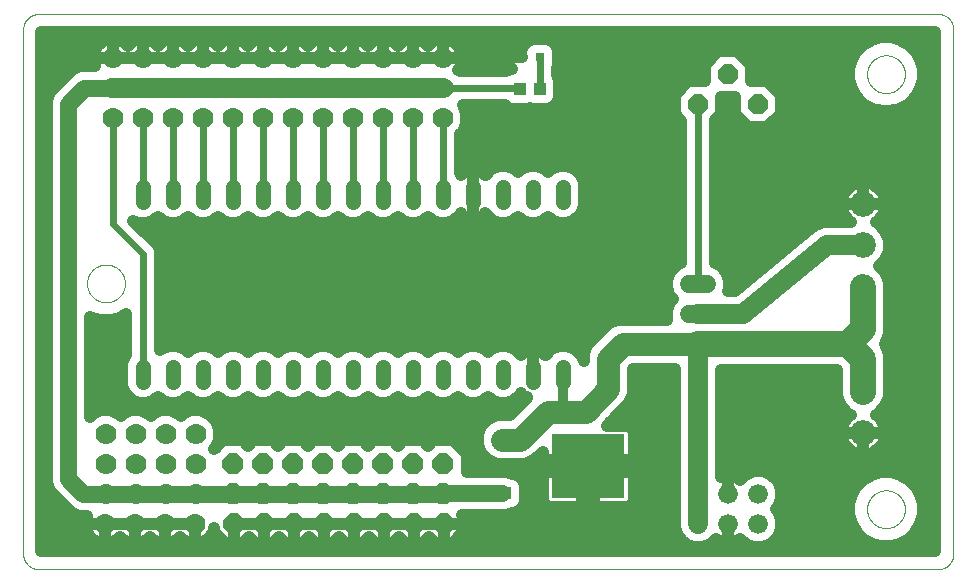
<source format=gtl>
G75*
%MOIN*%
%OFA0B0*%
%FSLAX25Y25*%
%IPPOS*%
%LPD*%
%AMOC8*
5,1,8,0,0,1.08239X$1,22.5*
%
%ADD10C,0.00000*%
%ADD11R,0.24409X0.21260*%
%ADD12R,0.06299X0.03937*%
%ADD13OC8,0.07000*%
%ADD14C,0.07000*%
%ADD15R,0.03937X0.04331*%
%ADD16C,0.05150*%
%ADD17R,0.03150X0.03150*%
%ADD18OC8,0.06600*%
%ADD19C,0.06000*%
%ADD20C,0.08600*%
%ADD21C,0.06600*%
%ADD22C,0.04000*%
%ADD23C,0.02400*%
%ADD24C,0.07600*%
%ADD25C,0.03200*%
%ADD26C,0.08600*%
%ADD27C,0.06600*%
%ADD28C,0.05600*%
%ADD29C,0.01600*%
D10*
X0037595Y0006256D02*
X0037595Y0181256D01*
X0037597Y0181396D01*
X0037603Y0181536D01*
X0037613Y0181676D01*
X0037626Y0181816D01*
X0037644Y0181955D01*
X0037666Y0182094D01*
X0037691Y0182231D01*
X0037720Y0182369D01*
X0037753Y0182505D01*
X0037790Y0182640D01*
X0037831Y0182774D01*
X0037876Y0182907D01*
X0037924Y0183039D01*
X0037976Y0183169D01*
X0038031Y0183298D01*
X0038090Y0183425D01*
X0038153Y0183551D01*
X0038219Y0183675D01*
X0038288Y0183796D01*
X0038361Y0183916D01*
X0038438Y0184034D01*
X0038517Y0184149D01*
X0038600Y0184263D01*
X0038686Y0184373D01*
X0038775Y0184482D01*
X0038867Y0184588D01*
X0038962Y0184691D01*
X0039059Y0184792D01*
X0039160Y0184889D01*
X0039263Y0184984D01*
X0039369Y0185076D01*
X0039478Y0185165D01*
X0039588Y0185251D01*
X0039702Y0185334D01*
X0039817Y0185413D01*
X0039935Y0185490D01*
X0040055Y0185563D01*
X0040176Y0185632D01*
X0040300Y0185698D01*
X0040426Y0185761D01*
X0040553Y0185820D01*
X0040682Y0185875D01*
X0040812Y0185927D01*
X0040944Y0185975D01*
X0041077Y0186020D01*
X0041211Y0186061D01*
X0041346Y0186098D01*
X0041482Y0186131D01*
X0041620Y0186160D01*
X0041757Y0186185D01*
X0041896Y0186207D01*
X0042035Y0186225D01*
X0042175Y0186238D01*
X0042315Y0186248D01*
X0042455Y0186254D01*
X0042595Y0186256D01*
X0342595Y0186256D01*
X0342735Y0186254D01*
X0342875Y0186248D01*
X0343015Y0186238D01*
X0343155Y0186225D01*
X0343294Y0186207D01*
X0343433Y0186185D01*
X0343570Y0186160D01*
X0343708Y0186131D01*
X0343844Y0186098D01*
X0343979Y0186061D01*
X0344113Y0186020D01*
X0344246Y0185975D01*
X0344378Y0185927D01*
X0344508Y0185875D01*
X0344637Y0185820D01*
X0344764Y0185761D01*
X0344890Y0185698D01*
X0345014Y0185632D01*
X0345135Y0185563D01*
X0345255Y0185490D01*
X0345373Y0185413D01*
X0345488Y0185334D01*
X0345602Y0185251D01*
X0345712Y0185165D01*
X0345821Y0185076D01*
X0345927Y0184984D01*
X0346030Y0184889D01*
X0346131Y0184792D01*
X0346228Y0184691D01*
X0346323Y0184588D01*
X0346415Y0184482D01*
X0346504Y0184373D01*
X0346590Y0184263D01*
X0346673Y0184149D01*
X0346752Y0184034D01*
X0346829Y0183916D01*
X0346902Y0183796D01*
X0346971Y0183675D01*
X0347037Y0183551D01*
X0347100Y0183425D01*
X0347159Y0183298D01*
X0347214Y0183169D01*
X0347266Y0183039D01*
X0347314Y0182907D01*
X0347359Y0182774D01*
X0347400Y0182640D01*
X0347437Y0182505D01*
X0347470Y0182369D01*
X0347499Y0182231D01*
X0347524Y0182094D01*
X0347546Y0181955D01*
X0347564Y0181816D01*
X0347577Y0181676D01*
X0347587Y0181536D01*
X0347593Y0181396D01*
X0347595Y0181256D01*
X0347595Y0006256D01*
X0347593Y0006116D01*
X0347587Y0005976D01*
X0347577Y0005836D01*
X0347564Y0005696D01*
X0347546Y0005557D01*
X0347524Y0005418D01*
X0347499Y0005281D01*
X0347470Y0005143D01*
X0347437Y0005007D01*
X0347400Y0004872D01*
X0347359Y0004738D01*
X0347314Y0004605D01*
X0347266Y0004473D01*
X0347214Y0004343D01*
X0347159Y0004214D01*
X0347100Y0004087D01*
X0347037Y0003961D01*
X0346971Y0003837D01*
X0346902Y0003716D01*
X0346829Y0003596D01*
X0346752Y0003478D01*
X0346673Y0003363D01*
X0346590Y0003249D01*
X0346504Y0003139D01*
X0346415Y0003030D01*
X0346323Y0002924D01*
X0346228Y0002821D01*
X0346131Y0002720D01*
X0346030Y0002623D01*
X0345927Y0002528D01*
X0345821Y0002436D01*
X0345712Y0002347D01*
X0345602Y0002261D01*
X0345488Y0002178D01*
X0345373Y0002099D01*
X0345255Y0002022D01*
X0345135Y0001949D01*
X0345014Y0001880D01*
X0344890Y0001814D01*
X0344764Y0001751D01*
X0344637Y0001692D01*
X0344508Y0001637D01*
X0344378Y0001585D01*
X0344246Y0001537D01*
X0344113Y0001492D01*
X0343979Y0001451D01*
X0343844Y0001414D01*
X0343708Y0001381D01*
X0343570Y0001352D01*
X0343433Y0001327D01*
X0343294Y0001305D01*
X0343155Y0001287D01*
X0343015Y0001274D01*
X0342875Y0001264D01*
X0342735Y0001258D01*
X0342595Y0001256D01*
X0042595Y0001256D01*
X0042455Y0001258D01*
X0042315Y0001264D01*
X0042175Y0001274D01*
X0042035Y0001287D01*
X0041896Y0001305D01*
X0041757Y0001327D01*
X0041620Y0001352D01*
X0041482Y0001381D01*
X0041346Y0001414D01*
X0041211Y0001451D01*
X0041077Y0001492D01*
X0040944Y0001537D01*
X0040812Y0001585D01*
X0040682Y0001637D01*
X0040553Y0001692D01*
X0040426Y0001751D01*
X0040300Y0001814D01*
X0040176Y0001880D01*
X0040055Y0001949D01*
X0039935Y0002022D01*
X0039817Y0002099D01*
X0039702Y0002178D01*
X0039588Y0002261D01*
X0039478Y0002347D01*
X0039369Y0002436D01*
X0039263Y0002528D01*
X0039160Y0002623D01*
X0039059Y0002720D01*
X0038962Y0002821D01*
X0038867Y0002924D01*
X0038775Y0003030D01*
X0038686Y0003139D01*
X0038600Y0003249D01*
X0038517Y0003363D01*
X0038438Y0003478D01*
X0038361Y0003596D01*
X0038288Y0003716D01*
X0038219Y0003837D01*
X0038153Y0003961D01*
X0038090Y0004087D01*
X0038031Y0004214D01*
X0037976Y0004343D01*
X0037924Y0004473D01*
X0037876Y0004605D01*
X0037831Y0004738D01*
X0037790Y0004872D01*
X0037753Y0005007D01*
X0037720Y0005143D01*
X0037691Y0005281D01*
X0037666Y0005418D01*
X0037644Y0005557D01*
X0037626Y0005696D01*
X0037613Y0005836D01*
X0037603Y0005976D01*
X0037597Y0006116D01*
X0037595Y0006256D01*
X0058881Y0096495D02*
X0058883Y0096653D01*
X0058889Y0096811D01*
X0058899Y0096969D01*
X0058913Y0097127D01*
X0058931Y0097284D01*
X0058952Y0097441D01*
X0058978Y0097597D01*
X0059008Y0097753D01*
X0059041Y0097908D01*
X0059079Y0098061D01*
X0059120Y0098214D01*
X0059165Y0098366D01*
X0059214Y0098517D01*
X0059267Y0098666D01*
X0059323Y0098814D01*
X0059383Y0098960D01*
X0059447Y0099105D01*
X0059515Y0099248D01*
X0059586Y0099390D01*
X0059660Y0099530D01*
X0059738Y0099667D01*
X0059820Y0099803D01*
X0059904Y0099937D01*
X0059993Y0100068D01*
X0060084Y0100197D01*
X0060179Y0100324D01*
X0060276Y0100449D01*
X0060377Y0100571D01*
X0060481Y0100690D01*
X0060588Y0100807D01*
X0060698Y0100921D01*
X0060811Y0101032D01*
X0060926Y0101141D01*
X0061044Y0101246D01*
X0061165Y0101348D01*
X0061288Y0101448D01*
X0061414Y0101544D01*
X0061542Y0101637D01*
X0061672Y0101727D01*
X0061805Y0101813D01*
X0061940Y0101897D01*
X0062076Y0101976D01*
X0062215Y0102053D01*
X0062356Y0102125D01*
X0062498Y0102195D01*
X0062642Y0102260D01*
X0062788Y0102322D01*
X0062935Y0102380D01*
X0063084Y0102435D01*
X0063234Y0102486D01*
X0063385Y0102533D01*
X0063537Y0102576D01*
X0063690Y0102615D01*
X0063845Y0102651D01*
X0064000Y0102682D01*
X0064156Y0102710D01*
X0064312Y0102734D01*
X0064469Y0102754D01*
X0064627Y0102770D01*
X0064784Y0102782D01*
X0064943Y0102790D01*
X0065101Y0102794D01*
X0065259Y0102794D01*
X0065417Y0102790D01*
X0065576Y0102782D01*
X0065733Y0102770D01*
X0065891Y0102754D01*
X0066048Y0102734D01*
X0066204Y0102710D01*
X0066360Y0102682D01*
X0066515Y0102651D01*
X0066670Y0102615D01*
X0066823Y0102576D01*
X0066975Y0102533D01*
X0067126Y0102486D01*
X0067276Y0102435D01*
X0067425Y0102380D01*
X0067572Y0102322D01*
X0067718Y0102260D01*
X0067862Y0102195D01*
X0068004Y0102125D01*
X0068145Y0102053D01*
X0068284Y0101976D01*
X0068420Y0101897D01*
X0068555Y0101813D01*
X0068688Y0101727D01*
X0068818Y0101637D01*
X0068946Y0101544D01*
X0069072Y0101448D01*
X0069195Y0101348D01*
X0069316Y0101246D01*
X0069434Y0101141D01*
X0069549Y0101032D01*
X0069662Y0100921D01*
X0069772Y0100807D01*
X0069879Y0100690D01*
X0069983Y0100571D01*
X0070084Y0100449D01*
X0070181Y0100324D01*
X0070276Y0100197D01*
X0070367Y0100068D01*
X0070456Y0099937D01*
X0070540Y0099803D01*
X0070622Y0099667D01*
X0070700Y0099530D01*
X0070774Y0099390D01*
X0070845Y0099248D01*
X0070913Y0099105D01*
X0070977Y0098960D01*
X0071037Y0098814D01*
X0071093Y0098666D01*
X0071146Y0098517D01*
X0071195Y0098366D01*
X0071240Y0098214D01*
X0071281Y0098061D01*
X0071319Y0097908D01*
X0071352Y0097753D01*
X0071382Y0097597D01*
X0071408Y0097441D01*
X0071429Y0097284D01*
X0071447Y0097127D01*
X0071461Y0096969D01*
X0071471Y0096811D01*
X0071477Y0096653D01*
X0071479Y0096495D01*
X0071477Y0096337D01*
X0071471Y0096179D01*
X0071461Y0096021D01*
X0071447Y0095863D01*
X0071429Y0095706D01*
X0071408Y0095549D01*
X0071382Y0095393D01*
X0071352Y0095237D01*
X0071319Y0095082D01*
X0071281Y0094929D01*
X0071240Y0094776D01*
X0071195Y0094624D01*
X0071146Y0094473D01*
X0071093Y0094324D01*
X0071037Y0094176D01*
X0070977Y0094030D01*
X0070913Y0093885D01*
X0070845Y0093742D01*
X0070774Y0093600D01*
X0070700Y0093460D01*
X0070622Y0093323D01*
X0070540Y0093187D01*
X0070456Y0093053D01*
X0070367Y0092922D01*
X0070276Y0092793D01*
X0070181Y0092666D01*
X0070084Y0092541D01*
X0069983Y0092419D01*
X0069879Y0092300D01*
X0069772Y0092183D01*
X0069662Y0092069D01*
X0069549Y0091958D01*
X0069434Y0091849D01*
X0069316Y0091744D01*
X0069195Y0091642D01*
X0069072Y0091542D01*
X0068946Y0091446D01*
X0068818Y0091353D01*
X0068688Y0091263D01*
X0068555Y0091177D01*
X0068420Y0091093D01*
X0068284Y0091014D01*
X0068145Y0090937D01*
X0068004Y0090865D01*
X0067862Y0090795D01*
X0067718Y0090730D01*
X0067572Y0090668D01*
X0067425Y0090610D01*
X0067276Y0090555D01*
X0067126Y0090504D01*
X0066975Y0090457D01*
X0066823Y0090414D01*
X0066670Y0090375D01*
X0066515Y0090339D01*
X0066360Y0090308D01*
X0066204Y0090280D01*
X0066048Y0090256D01*
X0065891Y0090236D01*
X0065733Y0090220D01*
X0065576Y0090208D01*
X0065417Y0090200D01*
X0065259Y0090196D01*
X0065101Y0090196D01*
X0064943Y0090200D01*
X0064784Y0090208D01*
X0064627Y0090220D01*
X0064469Y0090236D01*
X0064312Y0090256D01*
X0064156Y0090280D01*
X0064000Y0090308D01*
X0063845Y0090339D01*
X0063690Y0090375D01*
X0063537Y0090414D01*
X0063385Y0090457D01*
X0063234Y0090504D01*
X0063084Y0090555D01*
X0062935Y0090610D01*
X0062788Y0090668D01*
X0062642Y0090730D01*
X0062498Y0090795D01*
X0062356Y0090865D01*
X0062215Y0090937D01*
X0062076Y0091014D01*
X0061940Y0091093D01*
X0061805Y0091177D01*
X0061672Y0091263D01*
X0061542Y0091353D01*
X0061414Y0091446D01*
X0061288Y0091542D01*
X0061165Y0091642D01*
X0061044Y0091744D01*
X0060926Y0091849D01*
X0060811Y0091958D01*
X0060698Y0092069D01*
X0060588Y0092183D01*
X0060481Y0092300D01*
X0060377Y0092419D01*
X0060276Y0092541D01*
X0060179Y0092666D01*
X0060084Y0092793D01*
X0059993Y0092922D01*
X0059904Y0093053D01*
X0059820Y0093187D01*
X0059738Y0093323D01*
X0059660Y0093460D01*
X0059586Y0093600D01*
X0059515Y0093742D01*
X0059447Y0093885D01*
X0059383Y0094030D01*
X0059323Y0094176D01*
X0059267Y0094324D01*
X0059214Y0094473D01*
X0059165Y0094624D01*
X0059120Y0094776D01*
X0059079Y0094929D01*
X0059041Y0095082D01*
X0059008Y0095237D01*
X0058978Y0095393D01*
X0058952Y0095549D01*
X0058931Y0095706D01*
X0058913Y0095863D01*
X0058899Y0096021D01*
X0058889Y0096179D01*
X0058883Y0096337D01*
X0058881Y0096495D01*
X0318885Y0166220D02*
X0318887Y0166378D01*
X0318893Y0166536D01*
X0318903Y0166694D01*
X0318917Y0166852D01*
X0318935Y0167009D01*
X0318956Y0167166D01*
X0318982Y0167322D01*
X0319012Y0167478D01*
X0319045Y0167633D01*
X0319083Y0167786D01*
X0319124Y0167939D01*
X0319169Y0168091D01*
X0319218Y0168242D01*
X0319271Y0168391D01*
X0319327Y0168539D01*
X0319387Y0168685D01*
X0319451Y0168830D01*
X0319519Y0168973D01*
X0319590Y0169115D01*
X0319664Y0169255D01*
X0319742Y0169392D01*
X0319824Y0169528D01*
X0319908Y0169662D01*
X0319997Y0169793D01*
X0320088Y0169922D01*
X0320183Y0170049D01*
X0320280Y0170174D01*
X0320381Y0170296D01*
X0320485Y0170415D01*
X0320592Y0170532D01*
X0320702Y0170646D01*
X0320815Y0170757D01*
X0320930Y0170866D01*
X0321048Y0170971D01*
X0321169Y0171073D01*
X0321292Y0171173D01*
X0321418Y0171269D01*
X0321546Y0171362D01*
X0321676Y0171452D01*
X0321809Y0171538D01*
X0321944Y0171622D01*
X0322080Y0171701D01*
X0322219Y0171778D01*
X0322360Y0171850D01*
X0322502Y0171920D01*
X0322646Y0171985D01*
X0322792Y0172047D01*
X0322939Y0172105D01*
X0323088Y0172160D01*
X0323238Y0172211D01*
X0323389Y0172258D01*
X0323541Y0172301D01*
X0323694Y0172340D01*
X0323849Y0172376D01*
X0324004Y0172407D01*
X0324160Y0172435D01*
X0324316Y0172459D01*
X0324473Y0172479D01*
X0324631Y0172495D01*
X0324788Y0172507D01*
X0324947Y0172515D01*
X0325105Y0172519D01*
X0325263Y0172519D01*
X0325421Y0172515D01*
X0325580Y0172507D01*
X0325737Y0172495D01*
X0325895Y0172479D01*
X0326052Y0172459D01*
X0326208Y0172435D01*
X0326364Y0172407D01*
X0326519Y0172376D01*
X0326674Y0172340D01*
X0326827Y0172301D01*
X0326979Y0172258D01*
X0327130Y0172211D01*
X0327280Y0172160D01*
X0327429Y0172105D01*
X0327576Y0172047D01*
X0327722Y0171985D01*
X0327866Y0171920D01*
X0328008Y0171850D01*
X0328149Y0171778D01*
X0328288Y0171701D01*
X0328424Y0171622D01*
X0328559Y0171538D01*
X0328692Y0171452D01*
X0328822Y0171362D01*
X0328950Y0171269D01*
X0329076Y0171173D01*
X0329199Y0171073D01*
X0329320Y0170971D01*
X0329438Y0170866D01*
X0329553Y0170757D01*
X0329666Y0170646D01*
X0329776Y0170532D01*
X0329883Y0170415D01*
X0329987Y0170296D01*
X0330088Y0170174D01*
X0330185Y0170049D01*
X0330280Y0169922D01*
X0330371Y0169793D01*
X0330460Y0169662D01*
X0330544Y0169528D01*
X0330626Y0169392D01*
X0330704Y0169255D01*
X0330778Y0169115D01*
X0330849Y0168973D01*
X0330917Y0168830D01*
X0330981Y0168685D01*
X0331041Y0168539D01*
X0331097Y0168391D01*
X0331150Y0168242D01*
X0331199Y0168091D01*
X0331244Y0167939D01*
X0331285Y0167786D01*
X0331323Y0167633D01*
X0331356Y0167478D01*
X0331386Y0167322D01*
X0331412Y0167166D01*
X0331433Y0167009D01*
X0331451Y0166852D01*
X0331465Y0166694D01*
X0331475Y0166536D01*
X0331481Y0166378D01*
X0331483Y0166220D01*
X0331481Y0166062D01*
X0331475Y0165904D01*
X0331465Y0165746D01*
X0331451Y0165588D01*
X0331433Y0165431D01*
X0331412Y0165274D01*
X0331386Y0165118D01*
X0331356Y0164962D01*
X0331323Y0164807D01*
X0331285Y0164654D01*
X0331244Y0164501D01*
X0331199Y0164349D01*
X0331150Y0164198D01*
X0331097Y0164049D01*
X0331041Y0163901D01*
X0330981Y0163755D01*
X0330917Y0163610D01*
X0330849Y0163467D01*
X0330778Y0163325D01*
X0330704Y0163185D01*
X0330626Y0163048D01*
X0330544Y0162912D01*
X0330460Y0162778D01*
X0330371Y0162647D01*
X0330280Y0162518D01*
X0330185Y0162391D01*
X0330088Y0162266D01*
X0329987Y0162144D01*
X0329883Y0162025D01*
X0329776Y0161908D01*
X0329666Y0161794D01*
X0329553Y0161683D01*
X0329438Y0161574D01*
X0329320Y0161469D01*
X0329199Y0161367D01*
X0329076Y0161267D01*
X0328950Y0161171D01*
X0328822Y0161078D01*
X0328692Y0160988D01*
X0328559Y0160902D01*
X0328424Y0160818D01*
X0328288Y0160739D01*
X0328149Y0160662D01*
X0328008Y0160590D01*
X0327866Y0160520D01*
X0327722Y0160455D01*
X0327576Y0160393D01*
X0327429Y0160335D01*
X0327280Y0160280D01*
X0327130Y0160229D01*
X0326979Y0160182D01*
X0326827Y0160139D01*
X0326674Y0160100D01*
X0326519Y0160064D01*
X0326364Y0160033D01*
X0326208Y0160005D01*
X0326052Y0159981D01*
X0325895Y0159961D01*
X0325737Y0159945D01*
X0325580Y0159933D01*
X0325421Y0159925D01*
X0325263Y0159921D01*
X0325105Y0159921D01*
X0324947Y0159925D01*
X0324788Y0159933D01*
X0324631Y0159945D01*
X0324473Y0159961D01*
X0324316Y0159981D01*
X0324160Y0160005D01*
X0324004Y0160033D01*
X0323849Y0160064D01*
X0323694Y0160100D01*
X0323541Y0160139D01*
X0323389Y0160182D01*
X0323238Y0160229D01*
X0323088Y0160280D01*
X0322939Y0160335D01*
X0322792Y0160393D01*
X0322646Y0160455D01*
X0322502Y0160520D01*
X0322360Y0160590D01*
X0322219Y0160662D01*
X0322080Y0160739D01*
X0321944Y0160818D01*
X0321809Y0160902D01*
X0321676Y0160988D01*
X0321546Y0161078D01*
X0321418Y0161171D01*
X0321292Y0161267D01*
X0321169Y0161367D01*
X0321048Y0161469D01*
X0320930Y0161574D01*
X0320815Y0161683D01*
X0320702Y0161794D01*
X0320592Y0161908D01*
X0320485Y0162025D01*
X0320381Y0162144D01*
X0320280Y0162266D01*
X0320183Y0162391D01*
X0320088Y0162518D01*
X0319997Y0162647D01*
X0319908Y0162778D01*
X0319824Y0162912D01*
X0319742Y0163048D01*
X0319664Y0163185D01*
X0319590Y0163325D01*
X0319519Y0163467D01*
X0319451Y0163610D01*
X0319387Y0163755D01*
X0319327Y0163901D01*
X0319271Y0164049D01*
X0319218Y0164198D01*
X0319169Y0164349D01*
X0319124Y0164501D01*
X0319083Y0164654D01*
X0319045Y0164807D01*
X0319012Y0164962D01*
X0318982Y0165118D01*
X0318956Y0165274D01*
X0318935Y0165431D01*
X0318917Y0165588D01*
X0318903Y0165746D01*
X0318893Y0165904D01*
X0318887Y0166062D01*
X0318885Y0166220D01*
X0318874Y0021211D02*
X0318876Y0021369D01*
X0318882Y0021527D01*
X0318892Y0021685D01*
X0318906Y0021843D01*
X0318924Y0022000D01*
X0318945Y0022157D01*
X0318971Y0022313D01*
X0319001Y0022469D01*
X0319034Y0022624D01*
X0319072Y0022777D01*
X0319113Y0022930D01*
X0319158Y0023082D01*
X0319207Y0023233D01*
X0319260Y0023382D01*
X0319316Y0023530D01*
X0319376Y0023676D01*
X0319440Y0023821D01*
X0319508Y0023964D01*
X0319579Y0024106D01*
X0319653Y0024246D01*
X0319731Y0024383D01*
X0319813Y0024519D01*
X0319897Y0024653D01*
X0319986Y0024784D01*
X0320077Y0024913D01*
X0320172Y0025040D01*
X0320269Y0025165D01*
X0320370Y0025287D01*
X0320474Y0025406D01*
X0320581Y0025523D01*
X0320691Y0025637D01*
X0320804Y0025748D01*
X0320919Y0025857D01*
X0321037Y0025962D01*
X0321158Y0026064D01*
X0321281Y0026164D01*
X0321407Y0026260D01*
X0321535Y0026353D01*
X0321665Y0026443D01*
X0321798Y0026529D01*
X0321933Y0026613D01*
X0322069Y0026692D01*
X0322208Y0026769D01*
X0322349Y0026841D01*
X0322491Y0026911D01*
X0322635Y0026976D01*
X0322781Y0027038D01*
X0322928Y0027096D01*
X0323077Y0027151D01*
X0323227Y0027202D01*
X0323378Y0027249D01*
X0323530Y0027292D01*
X0323683Y0027331D01*
X0323838Y0027367D01*
X0323993Y0027398D01*
X0324149Y0027426D01*
X0324305Y0027450D01*
X0324462Y0027470D01*
X0324620Y0027486D01*
X0324777Y0027498D01*
X0324936Y0027506D01*
X0325094Y0027510D01*
X0325252Y0027510D01*
X0325410Y0027506D01*
X0325569Y0027498D01*
X0325726Y0027486D01*
X0325884Y0027470D01*
X0326041Y0027450D01*
X0326197Y0027426D01*
X0326353Y0027398D01*
X0326508Y0027367D01*
X0326663Y0027331D01*
X0326816Y0027292D01*
X0326968Y0027249D01*
X0327119Y0027202D01*
X0327269Y0027151D01*
X0327418Y0027096D01*
X0327565Y0027038D01*
X0327711Y0026976D01*
X0327855Y0026911D01*
X0327997Y0026841D01*
X0328138Y0026769D01*
X0328277Y0026692D01*
X0328413Y0026613D01*
X0328548Y0026529D01*
X0328681Y0026443D01*
X0328811Y0026353D01*
X0328939Y0026260D01*
X0329065Y0026164D01*
X0329188Y0026064D01*
X0329309Y0025962D01*
X0329427Y0025857D01*
X0329542Y0025748D01*
X0329655Y0025637D01*
X0329765Y0025523D01*
X0329872Y0025406D01*
X0329976Y0025287D01*
X0330077Y0025165D01*
X0330174Y0025040D01*
X0330269Y0024913D01*
X0330360Y0024784D01*
X0330449Y0024653D01*
X0330533Y0024519D01*
X0330615Y0024383D01*
X0330693Y0024246D01*
X0330767Y0024106D01*
X0330838Y0023964D01*
X0330906Y0023821D01*
X0330970Y0023676D01*
X0331030Y0023530D01*
X0331086Y0023382D01*
X0331139Y0023233D01*
X0331188Y0023082D01*
X0331233Y0022930D01*
X0331274Y0022777D01*
X0331312Y0022624D01*
X0331345Y0022469D01*
X0331375Y0022313D01*
X0331401Y0022157D01*
X0331422Y0022000D01*
X0331440Y0021843D01*
X0331454Y0021685D01*
X0331464Y0021527D01*
X0331470Y0021369D01*
X0331472Y0021211D01*
X0331470Y0021053D01*
X0331464Y0020895D01*
X0331454Y0020737D01*
X0331440Y0020579D01*
X0331422Y0020422D01*
X0331401Y0020265D01*
X0331375Y0020109D01*
X0331345Y0019953D01*
X0331312Y0019798D01*
X0331274Y0019645D01*
X0331233Y0019492D01*
X0331188Y0019340D01*
X0331139Y0019189D01*
X0331086Y0019040D01*
X0331030Y0018892D01*
X0330970Y0018746D01*
X0330906Y0018601D01*
X0330838Y0018458D01*
X0330767Y0018316D01*
X0330693Y0018176D01*
X0330615Y0018039D01*
X0330533Y0017903D01*
X0330449Y0017769D01*
X0330360Y0017638D01*
X0330269Y0017509D01*
X0330174Y0017382D01*
X0330077Y0017257D01*
X0329976Y0017135D01*
X0329872Y0017016D01*
X0329765Y0016899D01*
X0329655Y0016785D01*
X0329542Y0016674D01*
X0329427Y0016565D01*
X0329309Y0016460D01*
X0329188Y0016358D01*
X0329065Y0016258D01*
X0328939Y0016162D01*
X0328811Y0016069D01*
X0328681Y0015979D01*
X0328548Y0015893D01*
X0328413Y0015809D01*
X0328277Y0015730D01*
X0328138Y0015653D01*
X0327997Y0015581D01*
X0327855Y0015511D01*
X0327711Y0015446D01*
X0327565Y0015384D01*
X0327418Y0015326D01*
X0327269Y0015271D01*
X0327119Y0015220D01*
X0326968Y0015173D01*
X0326816Y0015130D01*
X0326663Y0015091D01*
X0326508Y0015055D01*
X0326353Y0015024D01*
X0326197Y0014996D01*
X0326041Y0014972D01*
X0325884Y0014952D01*
X0325726Y0014936D01*
X0325569Y0014924D01*
X0325410Y0014916D01*
X0325252Y0014912D01*
X0325094Y0014912D01*
X0324936Y0014916D01*
X0324777Y0014924D01*
X0324620Y0014936D01*
X0324462Y0014952D01*
X0324305Y0014972D01*
X0324149Y0014996D01*
X0323993Y0015024D01*
X0323838Y0015055D01*
X0323683Y0015091D01*
X0323530Y0015130D01*
X0323378Y0015173D01*
X0323227Y0015220D01*
X0323077Y0015271D01*
X0322928Y0015326D01*
X0322781Y0015384D01*
X0322635Y0015446D01*
X0322491Y0015511D01*
X0322349Y0015581D01*
X0322208Y0015653D01*
X0322069Y0015730D01*
X0321933Y0015809D01*
X0321798Y0015893D01*
X0321665Y0015979D01*
X0321535Y0016069D01*
X0321407Y0016162D01*
X0321281Y0016258D01*
X0321158Y0016358D01*
X0321037Y0016460D01*
X0320919Y0016565D01*
X0320804Y0016674D01*
X0320691Y0016785D01*
X0320581Y0016899D01*
X0320474Y0017016D01*
X0320370Y0017135D01*
X0320269Y0017257D01*
X0320172Y0017382D01*
X0320077Y0017509D01*
X0319986Y0017638D01*
X0319897Y0017769D01*
X0319813Y0017903D01*
X0319731Y0018039D01*
X0319653Y0018176D01*
X0319579Y0018316D01*
X0319508Y0018458D01*
X0319440Y0018601D01*
X0319376Y0018746D01*
X0319316Y0018892D01*
X0319260Y0019040D01*
X0319207Y0019189D01*
X0319158Y0019340D01*
X0319113Y0019492D01*
X0319072Y0019645D01*
X0319034Y0019798D01*
X0319001Y0019953D01*
X0318971Y0020109D01*
X0318945Y0020265D01*
X0318924Y0020422D01*
X0318906Y0020579D01*
X0318892Y0020737D01*
X0318882Y0020895D01*
X0318876Y0021053D01*
X0318874Y0021211D01*
D11*
X0225981Y0035469D03*
D12*
X0197241Y0044445D03*
X0197241Y0026492D03*
D13*
X0177621Y0026289D03*
X0167621Y0026289D03*
X0167713Y0016295D03*
X0177713Y0016295D03*
X0157713Y0016295D03*
X0147713Y0016295D03*
X0147621Y0026289D03*
X0157621Y0026289D03*
X0157603Y0036283D03*
X0147603Y0036283D03*
X0137603Y0036283D03*
X0127603Y0036283D03*
X0117603Y0036283D03*
X0107603Y0036283D03*
X0107621Y0026289D03*
X0107713Y0016295D03*
X0117713Y0016295D03*
X0127713Y0016295D03*
X0137713Y0016295D03*
X0137621Y0026289D03*
X0127621Y0026289D03*
X0117621Y0026289D03*
X0167603Y0036283D03*
X0177603Y0036283D03*
D14*
X0095095Y0036256D03*
X0085095Y0036256D03*
X0075095Y0036256D03*
X0065095Y0036256D03*
X0065095Y0046256D03*
X0075095Y0046256D03*
X0085095Y0046256D03*
X0095095Y0046256D03*
X0095095Y0026256D03*
X0085095Y0026256D03*
X0075095Y0026256D03*
X0065095Y0026256D03*
X0064859Y0016217D03*
X0074859Y0016217D03*
X0084859Y0016217D03*
X0094859Y0016217D03*
X0097438Y0151531D03*
X0107438Y0151531D03*
X0117438Y0151531D03*
X0127438Y0151531D03*
X0137438Y0151531D03*
X0147438Y0151531D03*
X0157438Y0151531D03*
X0167438Y0151531D03*
X0177438Y0151531D03*
X0177438Y0161531D03*
X0167438Y0161531D03*
X0157438Y0161531D03*
X0147438Y0161531D03*
X0137438Y0161531D03*
X0127438Y0161531D03*
X0117438Y0161531D03*
X0107438Y0161531D03*
X0097438Y0161531D03*
X0087438Y0161531D03*
X0077438Y0161531D03*
X0067438Y0161531D03*
X0067438Y0151531D03*
X0077438Y0151531D03*
X0087438Y0151531D03*
X0087438Y0171531D03*
X0077438Y0171531D03*
X0067438Y0171531D03*
X0097438Y0171531D03*
X0107438Y0171531D03*
X0117438Y0171531D03*
X0127438Y0171531D03*
X0137438Y0171531D03*
X0147438Y0171531D03*
X0157438Y0171531D03*
X0167438Y0171531D03*
X0177438Y0171531D03*
D15*
X0203068Y0161295D03*
X0209760Y0161295D03*
D16*
X0207595Y0128791D02*
X0207595Y0123642D01*
X0197595Y0123642D02*
X0197595Y0128791D01*
X0187595Y0128791D02*
X0187595Y0123642D01*
X0177595Y0123642D02*
X0177595Y0128791D01*
X0167595Y0128791D02*
X0167595Y0123642D01*
X0157595Y0123642D02*
X0157595Y0128791D01*
X0147595Y0128791D02*
X0147595Y0123642D01*
X0137595Y0123642D02*
X0137595Y0128791D01*
X0127595Y0128791D02*
X0127595Y0123642D01*
X0117595Y0123642D02*
X0117595Y0128791D01*
X0107595Y0128791D02*
X0107595Y0123642D01*
X0097595Y0123642D02*
X0097595Y0128791D01*
X0087595Y0128791D02*
X0087595Y0123642D01*
X0077595Y0123642D02*
X0077595Y0128791D01*
X0077595Y0068791D02*
X0077595Y0063642D01*
X0087595Y0063642D02*
X0087595Y0068791D01*
X0097595Y0068791D02*
X0097595Y0063642D01*
X0107595Y0063642D02*
X0107595Y0068791D01*
X0117595Y0068791D02*
X0117595Y0063642D01*
X0127595Y0063642D02*
X0127595Y0068791D01*
X0137595Y0068791D02*
X0137595Y0063642D01*
X0147595Y0063642D02*
X0147595Y0068791D01*
X0157595Y0068791D02*
X0157595Y0063642D01*
X0167595Y0063642D02*
X0167595Y0068791D01*
X0177595Y0068791D02*
X0177595Y0063642D01*
X0187595Y0063642D02*
X0187595Y0068791D01*
X0197595Y0068791D02*
X0197595Y0063642D01*
X0207595Y0063642D02*
X0207595Y0068791D01*
X0217595Y0068791D02*
X0217595Y0063642D01*
X0217595Y0123642D02*
X0217595Y0128791D01*
D17*
X0209800Y0171846D03*
X0203894Y0171846D03*
D18*
X0262438Y0156177D03*
X0272438Y0166177D03*
X0282438Y0156177D03*
D19*
X0265595Y0096256D02*
X0259595Y0096256D01*
X0259595Y0086256D02*
X0265595Y0086256D01*
X0265595Y0076256D02*
X0259595Y0076256D01*
D20*
X0317595Y0060449D03*
X0317595Y0046669D03*
X0317595Y0095390D03*
X0317595Y0109169D03*
X0317595Y0122949D03*
D21*
X0282584Y0026231D03*
X0272584Y0026231D03*
X0272595Y0016256D03*
X0282595Y0016256D03*
X0262595Y0016256D03*
X0262584Y0026231D03*
D22*
X0254884Y0026196D02*
X0241186Y0026196D01*
X0241186Y0024543D02*
X0241186Y0033469D01*
X0227981Y0033469D01*
X0227981Y0037468D01*
X0241186Y0037468D01*
X0241186Y0046394D01*
X0241070Y0046973D01*
X0240844Y0047519D01*
X0240516Y0048011D01*
X0240098Y0048429D01*
X0239607Y0048757D01*
X0239061Y0048983D01*
X0238481Y0049098D01*
X0232034Y0049098D01*
X0237240Y0054304D01*
X0239547Y0056611D01*
X0240795Y0059625D01*
X0240795Y0067859D01*
X0240992Y0068056D01*
X0254884Y0068056D01*
X0254884Y0024699D01*
X0254895Y0024673D01*
X0254895Y0014724D01*
X0256067Y0011894D01*
X0258233Y0009728D01*
X0261064Y0008556D01*
X0264127Y0008556D01*
X0266957Y0009728D01*
X0268600Y0011371D01*
X0269293Y0010868D01*
X0270177Y0010417D01*
X0271120Y0010111D01*
X0272099Y0009956D01*
X0272595Y0009956D01*
X0272595Y0016256D01*
X0272595Y0016256D01*
X0272595Y0009956D01*
X0273091Y0009956D01*
X0274070Y0010111D01*
X0275013Y0010417D01*
X0275897Y0010868D01*
X0276590Y0011371D01*
X0278233Y0009728D01*
X0281064Y0008556D01*
X0284127Y0008556D01*
X0286957Y0009728D01*
X0289123Y0011894D01*
X0290295Y0014724D01*
X0290295Y0017788D01*
X0289123Y0020618D01*
X0288492Y0021249D01*
X0289112Y0021869D01*
X0290284Y0024699D01*
X0290284Y0027763D01*
X0289112Y0030593D01*
X0286946Y0032759D01*
X0284116Y0033931D01*
X0281053Y0033931D01*
X0278222Y0032759D01*
X0276579Y0031115D01*
X0275886Y0031619D01*
X0275002Y0032069D01*
X0274059Y0032376D01*
X0273080Y0032531D01*
X0272584Y0032531D01*
X0272088Y0032531D01*
X0271109Y0032376D01*
X0270284Y0032108D01*
X0270284Y0067556D01*
X0308895Y0067556D01*
X0308895Y0058718D01*
X0310220Y0055521D01*
X0312667Y0053073D01*
X0313500Y0052728D01*
X0312772Y0052169D01*
X0312095Y0051493D01*
X0311512Y0050734D01*
X0311034Y0049905D01*
X0310668Y0049021D01*
X0310420Y0048097D01*
X0310295Y0047148D01*
X0310295Y0046669D01*
X0310295Y0046191D01*
X0310420Y0045242D01*
X0310668Y0044318D01*
X0311034Y0043434D01*
X0311512Y0042605D01*
X0312095Y0041846D01*
X0312772Y0041169D01*
X0313531Y0040587D01*
X0314359Y0040108D01*
X0315244Y0039742D01*
X0316168Y0039494D01*
X0317117Y0039369D01*
X0317595Y0039369D01*
X0317595Y0046669D01*
X0317595Y0046669D01*
X0310295Y0046669D01*
X0317595Y0046669D01*
X0317595Y0046669D01*
X0317595Y0039369D01*
X0318074Y0039369D01*
X0319022Y0039494D01*
X0319947Y0039742D01*
X0320831Y0040108D01*
X0321659Y0040587D01*
X0322419Y0041169D01*
X0323095Y0041846D01*
X0323678Y0042605D01*
X0324156Y0043434D01*
X0324523Y0044318D01*
X0324770Y0045242D01*
X0324895Y0046191D01*
X0324895Y0046669D01*
X0317595Y0046669D01*
X0317595Y0046669D01*
X0324895Y0046669D01*
X0324895Y0047148D01*
X0324770Y0048097D01*
X0324523Y0049021D01*
X0324156Y0049905D01*
X0323678Y0050734D01*
X0323095Y0051493D01*
X0322419Y0052169D01*
X0321690Y0052728D01*
X0322523Y0053073D01*
X0324971Y0055521D01*
X0326295Y0058718D01*
X0326295Y0072986D01*
X0324971Y0076184D01*
X0324899Y0076256D01*
X0324971Y0076328D01*
X0326295Y0079525D01*
X0326295Y0097120D01*
X0324971Y0100318D01*
X0323009Y0102280D01*
X0324971Y0104241D01*
X0326295Y0107439D01*
X0326295Y0110900D01*
X0324971Y0114097D01*
X0322523Y0116545D01*
X0321690Y0116890D01*
X0322419Y0117449D01*
X0323095Y0118125D01*
X0323678Y0118884D01*
X0324156Y0119713D01*
X0324523Y0120597D01*
X0324770Y0121522D01*
X0324895Y0122470D01*
X0324895Y0122949D01*
X0324895Y0123427D01*
X0324770Y0124376D01*
X0324523Y0125300D01*
X0324156Y0126184D01*
X0323678Y0127013D01*
X0323095Y0127772D01*
X0322419Y0128449D01*
X0321659Y0129032D01*
X0320831Y0129510D01*
X0319947Y0129876D01*
X0319022Y0130124D01*
X0318074Y0130249D01*
X0317595Y0130249D01*
X0317117Y0130249D01*
X0316168Y0130124D01*
X0315244Y0129876D01*
X0314359Y0129510D01*
X0313531Y0129032D01*
X0312772Y0128449D01*
X0312095Y0127772D01*
X0311512Y0127013D01*
X0311034Y0126184D01*
X0310668Y0125300D01*
X0310420Y0124376D01*
X0310295Y0123427D01*
X0310295Y0122949D01*
X0317595Y0122949D01*
X0317595Y0130249D01*
X0317595Y0122949D01*
X0317595Y0122949D01*
X0317595Y0122949D01*
X0310295Y0122949D01*
X0310295Y0122470D01*
X0310420Y0121522D01*
X0310668Y0120597D01*
X0311034Y0119713D01*
X0311512Y0118884D01*
X0312095Y0118125D01*
X0312772Y0117449D01*
X0313500Y0116890D01*
X0313450Y0116869D01*
X0305886Y0116869D01*
X0304738Y0116982D01*
X0304366Y0116869D01*
X0303977Y0116869D01*
X0302911Y0116428D01*
X0301807Y0116093D01*
X0301506Y0115846D01*
X0301147Y0115697D01*
X0300331Y0114881D01*
X0274840Y0093956D01*
X0272652Y0093956D01*
X0272995Y0094784D01*
X0272995Y0097728D01*
X0271869Y0100448D01*
X0269787Y0102529D01*
X0268195Y0103189D01*
X0268195Y0151045D01*
X0270138Y0152988D01*
X0270138Y0158477D01*
X0274738Y0158477D01*
X0274738Y0152988D01*
X0279248Y0148477D01*
X0285627Y0148477D01*
X0290138Y0152988D01*
X0290138Y0159367D01*
X0285627Y0163877D01*
X0280138Y0163877D01*
X0280138Y0169367D01*
X0275627Y0173877D01*
X0269248Y0173877D01*
X0264738Y0169367D01*
X0264738Y0163877D01*
X0259248Y0163877D01*
X0254738Y0159367D01*
X0254738Y0152988D01*
X0256995Y0150730D01*
X0256995Y0103189D01*
X0255403Y0102529D01*
X0253322Y0100448D01*
X0252195Y0097728D01*
X0252195Y0094784D01*
X0253322Y0092064D01*
X0254130Y0091256D01*
X0253322Y0090448D01*
X0252195Y0087728D01*
X0252195Y0084784D01*
X0252331Y0084456D01*
X0235964Y0084456D01*
X0232950Y0083208D01*
X0230644Y0080901D01*
X0225644Y0075901D01*
X0224395Y0072887D01*
X0224395Y0070601D01*
X0223508Y0072742D01*
X0221546Y0074704D01*
X0218983Y0075766D01*
X0216208Y0075766D01*
X0213644Y0074704D01*
X0211682Y0072742D01*
X0211637Y0072633D01*
X0211227Y0073044D01*
X0210517Y0073559D01*
X0209735Y0073958D01*
X0208901Y0074229D01*
X0208034Y0074366D01*
X0207595Y0074366D01*
X0207156Y0074366D01*
X0206290Y0074229D01*
X0205455Y0073958D01*
X0204673Y0073559D01*
X0203963Y0073044D01*
X0203553Y0072633D01*
X0203508Y0072742D01*
X0201546Y0074704D01*
X0198983Y0075766D01*
X0196208Y0075766D01*
X0193644Y0074704D01*
X0192595Y0073655D01*
X0191546Y0074704D01*
X0188983Y0075766D01*
X0186208Y0075766D01*
X0183644Y0074704D01*
X0182595Y0073655D01*
X0181546Y0074704D01*
X0178983Y0075766D01*
X0176208Y0075766D01*
X0173644Y0074704D01*
X0172595Y0073655D01*
X0171546Y0074704D01*
X0168983Y0075766D01*
X0166208Y0075766D01*
X0163644Y0074704D01*
X0162595Y0073655D01*
X0161546Y0074704D01*
X0158983Y0075766D01*
X0156208Y0075766D01*
X0153644Y0074704D01*
X0152595Y0073655D01*
X0151546Y0074704D01*
X0148983Y0075766D01*
X0146208Y0075766D01*
X0143644Y0074704D01*
X0142595Y0073655D01*
X0141546Y0074704D01*
X0138983Y0075766D01*
X0136208Y0075766D01*
X0133644Y0074704D01*
X0132595Y0073655D01*
X0131546Y0074704D01*
X0128983Y0075766D01*
X0126208Y0075766D01*
X0123644Y0074704D01*
X0122595Y0073655D01*
X0121546Y0074704D01*
X0118983Y0075766D01*
X0116208Y0075766D01*
X0113644Y0074704D01*
X0112595Y0073655D01*
X0111546Y0074704D01*
X0108983Y0075766D01*
X0106208Y0075766D01*
X0103644Y0074704D01*
X0102595Y0073655D01*
X0101546Y0074704D01*
X0098983Y0075766D01*
X0096208Y0075766D01*
X0093644Y0074704D01*
X0092595Y0073655D01*
X0091546Y0074704D01*
X0088983Y0075766D01*
X0086208Y0075766D01*
X0083644Y0074704D01*
X0083195Y0074255D01*
X0083195Y0107370D01*
X0082343Y0109428D01*
X0074323Y0117448D01*
X0076208Y0116667D01*
X0078983Y0116667D01*
X0081546Y0117729D01*
X0082595Y0118778D01*
X0083644Y0117729D01*
X0086208Y0116667D01*
X0088983Y0116667D01*
X0091546Y0117729D01*
X0092595Y0118778D01*
X0093644Y0117729D01*
X0096208Y0116667D01*
X0098983Y0116667D01*
X0101546Y0117729D01*
X0102595Y0118778D01*
X0103644Y0117729D01*
X0106208Y0116667D01*
X0108983Y0116667D01*
X0111546Y0117729D01*
X0112595Y0118778D01*
X0113644Y0117729D01*
X0116208Y0116667D01*
X0118983Y0116667D01*
X0121546Y0117729D01*
X0122595Y0118778D01*
X0123644Y0117729D01*
X0126208Y0116667D01*
X0128983Y0116667D01*
X0131546Y0117729D01*
X0132595Y0118778D01*
X0133644Y0117729D01*
X0136208Y0116667D01*
X0138983Y0116667D01*
X0141546Y0117729D01*
X0142595Y0118778D01*
X0143644Y0117729D01*
X0146208Y0116667D01*
X0148983Y0116667D01*
X0151546Y0117729D01*
X0152595Y0118778D01*
X0153644Y0117729D01*
X0156208Y0116667D01*
X0158983Y0116667D01*
X0161546Y0117729D01*
X0162595Y0118778D01*
X0163644Y0117729D01*
X0166208Y0116667D01*
X0168983Y0116667D01*
X0171546Y0117729D01*
X0172595Y0118778D01*
X0173644Y0117729D01*
X0176208Y0116667D01*
X0178983Y0116667D01*
X0181546Y0117729D01*
X0183508Y0119691D01*
X0183553Y0119800D01*
X0183963Y0119390D01*
X0184673Y0118874D01*
X0185455Y0118475D01*
X0186290Y0118204D01*
X0187156Y0118067D01*
X0187595Y0118067D01*
X0187595Y0126216D01*
X0187595Y0126216D01*
X0187595Y0118067D01*
X0188034Y0118067D01*
X0188901Y0118204D01*
X0189735Y0118475D01*
X0190517Y0118874D01*
X0191227Y0119390D01*
X0191637Y0119800D01*
X0191682Y0119691D01*
X0193644Y0117729D01*
X0196208Y0116667D01*
X0198983Y0116667D01*
X0201546Y0117729D01*
X0202595Y0118778D01*
X0203644Y0117729D01*
X0206208Y0116667D01*
X0208983Y0116667D01*
X0211546Y0117729D01*
X0212595Y0118778D01*
X0213644Y0117729D01*
X0216208Y0116667D01*
X0218983Y0116667D01*
X0221546Y0117729D01*
X0223508Y0119691D01*
X0224570Y0122254D01*
X0224570Y0130179D01*
X0223508Y0132742D01*
X0221546Y0134704D01*
X0218983Y0135766D01*
X0216208Y0135766D01*
X0213644Y0134704D01*
X0212595Y0133655D01*
X0211546Y0134704D01*
X0208983Y0135766D01*
X0206208Y0135766D01*
X0203644Y0134704D01*
X0202595Y0133655D01*
X0201546Y0134704D01*
X0198983Y0135766D01*
X0196208Y0135766D01*
X0193644Y0134704D01*
X0191682Y0132742D01*
X0191637Y0132633D01*
X0191227Y0133044D01*
X0190517Y0133559D01*
X0189735Y0133958D01*
X0188901Y0134229D01*
X0188034Y0134366D01*
X0187595Y0134366D01*
X0187156Y0134366D01*
X0186290Y0134229D01*
X0185455Y0133958D01*
X0184673Y0133559D01*
X0183963Y0133044D01*
X0183553Y0132633D01*
X0183508Y0132742D01*
X0183038Y0133213D01*
X0183038Y0145959D01*
X0184135Y0147056D01*
X0185338Y0149960D01*
X0185338Y0153103D01*
X0184166Y0155931D01*
X0198075Y0155931D01*
X0198607Y0155400D01*
X0200224Y0154730D01*
X0205911Y0154730D01*
X0206414Y0154938D01*
X0206917Y0154730D01*
X0212604Y0154730D01*
X0214221Y0155400D01*
X0215459Y0156638D01*
X0216129Y0158255D01*
X0216129Y0164336D01*
X0215459Y0165953D01*
X0215360Y0166052D01*
X0215360Y0168397D01*
X0215775Y0169396D01*
X0215775Y0174296D01*
X0215105Y0175914D01*
X0213867Y0177151D01*
X0212250Y0177821D01*
X0207350Y0177821D01*
X0205733Y0177151D01*
X0205003Y0176421D01*
X0203894Y0176421D01*
X0202024Y0176421D01*
X0201444Y0176306D01*
X0200899Y0176080D01*
X0200407Y0175752D01*
X0199989Y0175334D01*
X0199661Y0174842D01*
X0199435Y0174296D01*
X0199320Y0173717D01*
X0199320Y0171847D01*
X0203825Y0171847D01*
X0203825Y0171846D01*
X0199320Y0171846D01*
X0199320Y0169976D01*
X0199435Y0169397D01*
X0199661Y0168851D01*
X0199989Y0168359D01*
X0200407Y0167941D01*
X0200528Y0167861D01*
X0200224Y0167861D01*
X0198607Y0167191D01*
X0198547Y0167131D01*
X0183010Y0167131D01*
X0182582Y0167559D01*
X0182854Y0167913D01*
X0183280Y0168650D01*
X0183606Y0169438D01*
X0183826Y0170261D01*
X0183938Y0171105D01*
X0183938Y0171531D01*
X0177438Y0171531D01*
X0177438Y0171532D01*
X0177438Y0171532D01*
X0177438Y0178031D01*
X0177864Y0178031D01*
X0178708Y0177920D01*
X0179531Y0177700D01*
X0180319Y0177374D01*
X0181057Y0176948D01*
X0181733Y0176429D01*
X0182335Y0175826D01*
X0182854Y0175150D01*
X0183280Y0174413D01*
X0183606Y0173625D01*
X0183826Y0172802D01*
X0183938Y0171958D01*
X0183938Y0171532D01*
X0177438Y0171532D01*
X0177438Y0178031D01*
X0177012Y0178031D01*
X0176167Y0177920D01*
X0175344Y0177700D01*
X0174557Y0177374D01*
X0173819Y0176948D01*
X0173143Y0176429D01*
X0172540Y0175826D01*
X0172438Y0175693D01*
X0172335Y0175826D01*
X0171733Y0176429D01*
X0171057Y0176948D01*
X0170319Y0177374D01*
X0169531Y0177700D01*
X0168708Y0177920D01*
X0167864Y0178031D01*
X0167438Y0178031D01*
X0167438Y0171532D01*
X0167438Y0171532D01*
X0177438Y0171532D01*
X0177438Y0171531D01*
X0170938Y0171531D01*
X0167438Y0171531D01*
X0167438Y0171532D01*
X0167438Y0178031D01*
X0167012Y0178031D01*
X0166167Y0177920D01*
X0165344Y0177700D01*
X0164557Y0177374D01*
X0163819Y0176948D01*
X0163143Y0176429D01*
X0162540Y0175826D01*
X0162438Y0175693D01*
X0162335Y0175826D01*
X0161733Y0176429D01*
X0161057Y0176948D01*
X0160319Y0177374D01*
X0159531Y0177700D01*
X0158708Y0177920D01*
X0157864Y0178031D01*
X0157438Y0178031D01*
X0157438Y0171532D01*
X0157438Y0171532D01*
X0167438Y0171532D01*
X0167438Y0171531D01*
X0163938Y0171531D01*
X0157438Y0171531D01*
X0157438Y0171532D01*
X0157438Y0178031D01*
X0157012Y0178031D01*
X0156167Y0177920D01*
X0155344Y0177700D01*
X0154557Y0177374D01*
X0153819Y0176948D01*
X0153143Y0176429D01*
X0152540Y0175826D01*
X0152438Y0175693D01*
X0152335Y0175826D01*
X0151733Y0176429D01*
X0151057Y0176948D01*
X0150319Y0177374D01*
X0149531Y0177700D01*
X0148708Y0177920D01*
X0147864Y0178031D01*
X0147438Y0178031D01*
X0147438Y0171532D01*
X0147438Y0171532D01*
X0157438Y0171532D01*
X0157438Y0171531D01*
X0150938Y0171531D01*
X0147438Y0171531D01*
X0147438Y0171532D01*
X0147438Y0178031D01*
X0147012Y0178031D01*
X0146167Y0177920D01*
X0145344Y0177700D01*
X0144557Y0177374D01*
X0143819Y0176948D01*
X0143143Y0176429D01*
X0142540Y0175826D01*
X0142438Y0175693D01*
X0142335Y0175826D01*
X0141733Y0176429D01*
X0141057Y0176948D01*
X0140319Y0177374D01*
X0139531Y0177700D01*
X0138708Y0177920D01*
X0137864Y0178031D01*
X0137438Y0178031D01*
X0137438Y0171532D01*
X0137438Y0171532D01*
X0147438Y0171532D01*
X0147438Y0171531D01*
X0140938Y0171531D01*
X0137438Y0171531D01*
X0137438Y0171532D01*
X0137438Y0178031D01*
X0137012Y0178031D01*
X0136167Y0177920D01*
X0135344Y0177700D01*
X0134557Y0177374D01*
X0133819Y0176948D01*
X0133143Y0176429D01*
X0132540Y0175826D01*
X0132438Y0175693D01*
X0132335Y0175826D01*
X0131733Y0176429D01*
X0131057Y0176948D01*
X0130319Y0177374D01*
X0129531Y0177700D01*
X0128708Y0177920D01*
X0127864Y0178031D01*
X0127438Y0178031D01*
X0127438Y0171532D01*
X0127438Y0171532D01*
X0137438Y0171532D01*
X0137438Y0171531D01*
X0130938Y0171531D01*
X0127438Y0171531D01*
X0127438Y0171532D01*
X0127438Y0178031D01*
X0127012Y0178031D01*
X0126167Y0177920D01*
X0125344Y0177700D01*
X0124557Y0177374D01*
X0123819Y0176948D01*
X0123143Y0176429D01*
X0122540Y0175826D01*
X0122438Y0175693D01*
X0122335Y0175826D01*
X0121733Y0176429D01*
X0121057Y0176948D01*
X0120319Y0177374D01*
X0119531Y0177700D01*
X0118708Y0177920D01*
X0117864Y0178031D01*
X0117438Y0178031D01*
X0117438Y0171532D01*
X0117438Y0171532D01*
X0127438Y0171532D01*
X0127438Y0171531D01*
X0120938Y0171531D01*
X0117438Y0171531D01*
X0117438Y0171532D01*
X0117438Y0178031D01*
X0117012Y0178031D01*
X0116167Y0177920D01*
X0115344Y0177700D01*
X0114557Y0177374D01*
X0113819Y0176948D01*
X0113143Y0176429D01*
X0112540Y0175826D01*
X0112438Y0175693D01*
X0112335Y0175826D01*
X0111733Y0176429D01*
X0111057Y0176948D01*
X0110319Y0177374D01*
X0109531Y0177700D01*
X0108708Y0177920D01*
X0107864Y0178031D01*
X0107438Y0178031D01*
X0107438Y0171532D01*
X0107438Y0171532D01*
X0117438Y0171532D01*
X0117438Y0171531D01*
X0110938Y0171531D01*
X0107438Y0171531D01*
X0107438Y0171532D01*
X0107438Y0178031D01*
X0107012Y0178031D01*
X0106167Y0177920D01*
X0105344Y0177700D01*
X0104557Y0177374D01*
X0103819Y0176948D01*
X0103143Y0176429D01*
X0102540Y0175826D01*
X0102438Y0175693D01*
X0102335Y0175826D01*
X0101733Y0176429D01*
X0101057Y0176948D01*
X0100319Y0177374D01*
X0099531Y0177700D01*
X0098708Y0177920D01*
X0097864Y0178031D01*
X0097438Y0178031D01*
X0097438Y0171532D01*
X0097438Y0171532D01*
X0107438Y0171532D01*
X0107438Y0171531D01*
X0100938Y0171531D01*
X0097438Y0171531D01*
X0097438Y0171532D01*
X0097438Y0178031D01*
X0097012Y0178031D01*
X0096167Y0177920D01*
X0095344Y0177700D01*
X0094557Y0177374D01*
X0093819Y0176948D01*
X0093143Y0176429D01*
X0092540Y0175826D01*
X0092438Y0175693D01*
X0092335Y0175826D01*
X0091733Y0176429D01*
X0091057Y0176948D01*
X0090319Y0177374D01*
X0089531Y0177700D01*
X0088708Y0177920D01*
X0087864Y0178031D01*
X0087438Y0178031D01*
X0087438Y0171532D01*
X0087438Y0171532D01*
X0097438Y0171532D01*
X0097438Y0171531D01*
X0093938Y0171531D01*
X0087438Y0171531D01*
X0087438Y0171532D01*
X0087438Y0178031D01*
X0087012Y0178031D01*
X0086167Y0177920D01*
X0085344Y0177700D01*
X0084557Y0177374D01*
X0083819Y0176948D01*
X0083143Y0176429D01*
X0082540Y0175826D01*
X0082438Y0175693D01*
X0082335Y0175826D01*
X0081733Y0176429D01*
X0081057Y0176948D01*
X0080319Y0177374D01*
X0079531Y0177700D01*
X0078708Y0177920D01*
X0077864Y0178031D01*
X0077438Y0178031D01*
X0077438Y0171532D01*
X0077438Y0171532D01*
X0087438Y0171532D01*
X0087438Y0171531D01*
X0080938Y0171531D01*
X0077438Y0171531D01*
X0077438Y0171532D01*
X0077438Y0178031D01*
X0077012Y0178031D01*
X0076167Y0177920D01*
X0075344Y0177700D01*
X0074557Y0177374D01*
X0073819Y0176948D01*
X0073143Y0176429D01*
X0072540Y0175826D01*
X0072438Y0175693D01*
X0072335Y0175826D01*
X0071733Y0176429D01*
X0071057Y0176948D01*
X0070319Y0177374D01*
X0069531Y0177700D01*
X0068708Y0177920D01*
X0067864Y0178031D01*
X0067438Y0178031D01*
X0067438Y0171532D01*
X0067438Y0171532D01*
X0077438Y0171532D01*
X0077438Y0171531D01*
X0070938Y0171531D01*
X0067438Y0171531D01*
X0067438Y0171532D01*
X0067438Y0178031D01*
X0067012Y0178031D01*
X0066167Y0177920D01*
X0065344Y0177700D01*
X0064557Y0177374D01*
X0063819Y0176948D01*
X0063143Y0176429D01*
X0062540Y0175826D01*
X0062022Y0175150D01*
X0061595Y0174413D01*
X0061269Y0173625D01*
X0061049Y0172802D01*
X0060938Y0171958D01*
X0060938Y0171532D01*
X0067438Y0171532D01*
X0067438Y0171531D01*
X0060938Y0171531D01*
X0060938Y0171105D01*
X0061049Y0170261D01*
X0061269Y0169438D01*
X0061513Y0168850D01*
X0056557Y0168850D01*
X0053910Y0167753D01*
X0046491Y0160334D01*
X0045395Y0157688D01*
X0045395Y0029824D01*
X0046491Y0027177D01*
X0051491Y0022177D01*
X0053517Y0020152D01*
X0056163Y0019056D01*
X0058999Y0019056D01*
X0058691Y0018310D01*
X0058470Y0017487D01*
X0058359Y0016643D01*
X0058359Y0016217D01*
X0064859Y0016217D01*
X0074859Y0016217D01*
X0084859Y0016217D01*
X0094859Y0016217D01*
X0094859Y0016216D01*
X0094859Y0009717D01*
X0095285Y0009717D01*
X0096130Y0009828D01*
X0096953Y0010048D01*
X0097740Y0010374D01*
X0098478Y0010800D01*
X0099154Y0011319D01*
X0099756Y0011922D01*
X0100275Y0012598D01*
X0100701Y0013335D01*
X0101027Y0014123D01*
X0101213Y0014817D01*
X0101213Y0013603D01*
X0105021Y0009795D01*
X0107713Y0009795D01*
X0107713Y0016295D01*
X0107713Y0016295D01*
X0107713Y0009795D01*
X0110406Y0009795D01*
X0112713Y0012103D01*
X0115021Y0009795D01*
X0117713Y0009795D01*
X0117713Y0016295D01*
X0117713Y0016295D01*
X0111213Y0016295D01*
X0107713Y0016295D01*
X0107713Y0016295D01*
X0117713Y0016295D01*
X0117713Y0016295D01*
X0117713Y0009795D01*
X0120406Y0009795D01*
X0122713Y0012103D01*
X0125021Y0009795D01*
X0127713Y0009795D01*
X0127713Y0016295D01*
X0127713Y0016295D01*
X0121213Y0016295D01*
X0117713Y0016295D01*
X0117713Y0016295D01*
X0127713Y0016295D01*
X0127713Y0016295D01*
X0127713Y0009795D01*
X0130406Y0009795D01*
X0132713Y0012103D01*
X0135021Y0009795D01*
X0137713Y0009795D01*
X0137713Y0016295D01*
X0137713Y0016295D01*
X0131213Y0016295D01*
X0127713Y0016295D01*
X0127713Y0016295D01*
X0137713Y0016295D01*
X0137713Y0016295D01*
X0137713Y0009795D01*
X0140406Y0009795D01*
X0142713Y0012103D01*
X0145021Y0009795D01*
X0147713Y0009795D01*
X0147713Y0016295D01*
X0147713Y0016295D01*
X0141213Y0016295D01*
X0137713Y0016295D01*
X0137713Y0016295D01*
X0147713Y0016295D01*
X0147713Y0016295D01*
X0147713Y0009795D01*
X0150406Y0009795D01*
X0152713Y0012103D01*
X0155021Y0009795D01*
X0157713Y0009795D01*
X0157713Y0016295D01*
X0157713Y0016295D01*
X0154213Y0016295D01*
X0147713Y0016295D01*
X0147713Y0016295D01*
X0157713Y0016295D01*
X0157713Y0016295D01*
X0157713Y0009795D01*
X0160406Y0009795D01*
X0162713Y0012103D01*
X0165021Y0009795D01*
X0167713Y0009795D01*
X0167713Y0016295D01*
X0167713Y0016295D01*
X0161213Y0016295D01*
X0157713Y0016295D01*
X0157713Y0016295D01*
X0167713Y0016295D01*
X0167713Y0016295D01*
X0167713Y0009795D01*
X0170406Y0009795D01*
X0172713Y0012103D01*
X0175021Y0009795D01*
X0177713Y0009795D01*
X0177713Y0016295D01*
X0177713Y0016295D01*
X0171213Y0016295D01*
X0167713Y0016295D01*
X0167713Y0016295D01*
X0177713Y0016295D01*
X0177713Y0016295D01*
X0177713Y0009795D01*
X0180406Y0009795D01*
X0184213Y0013603D01*
X0184213Y0016295D01*
X0177713Y0016295D01*
X0177713Y0016295D01*
X0184213Y0016295D01*
X0184213Y0018988D01*
X0183909Y0019292D01*
X0198673Y0019292D01*
X0200680Y0020124D01*
X0201266Y0020124D01*
X0202883Y0020793D01*
X0204121Y0022031D01*
X0204790Y0023648D01*
X0204790Y0029336D01*
X0204121Y0030953D01*
X0202883Y0032191D01*
X0201266Y0032861D01*
X0200680Y0032861D01*
X0198673Y0033692D01*
X0185503Y0033692D01*
X0185503Y0039556D01*
X0180875Y0044183D01*
X0174330Y0044183D01*
X0172603Y0042456D01*
X0170875Y0044183D01*
X0164330Y0044183D01*
X0162603Y0042456D01*
X0160875Y0044183D01*
X0154330Y0044183D01*
X0152603Y0042456D01*
X0150875Y0044183D01*
X0144330Y0044183D01*
X0142603Y0042456D01*
X0140875Y0044183D01*
X0134330Y0044183D01*
X0132603Y0042456D01*
X0130875Y0044183D01*
X0124330Y0044183D01*
X0122603Y0042456D01*
X0120875Y0044183D01*
X0114330Y0044183D01*
X0112603Y0042456D01*
X0110875Y0044183D01*
X0104330Y0044183D01*
X0101335Y0041188D01*
X0101267Y0041256D01*
X0101792Y0041781D01*
X0102995Y0044684D01*
X0102995Y0047827D01*
X0101792Y0050731D01*
X0099570Y0052953D01*
X0096667Y0054156D01*
X0093524Y0054156D01*
X0090620Y0052953D01*
X0090095Y0052428D01*
X0089570Y0052953D01*
X0086667Y0054156D01*
X0083524Y0054156D01*
X0080620Y0052953D01*
X0080095Y0052428D01*
X0079570Y0052953D01*
X0076667Y0054156D01*
X0073524Y0054156D01*
X0070620Y0052953D01*
X0070095Y0052428D01*
X0069570Y0052953D01*
X0066667Y0054156D01*
X0063524Y0054156D01*
X0060620Y0052953D01*
X0059795Y0052128D01*
X0059795Y0085402D01*
X0060433Y0085034D01*
X0063561Y0084196D01*
X0066799Y0084196D01*
X0069927Y0085034D01*
X0071995Y0086228D01*
X0071995Y0073055D01*
X0071682Y0072742D01*
X0070620Y0070179D01*
X0070620Y0062254D01*
X0071682Y0059691D01*
X0073644Y0057729D01*
X0076208Y0056667D01*
X0078983Y0056667D01*
X0081546Y0057729D01*
X0082595Y0058778D01*
X0083644Y0057729D01*
X0086208Y0056667D01*
X0088983Y0056667D01*
X0091546Y0057729D01*
X0092595Y0058778D01*
X0093644Y0057729D01*
X0096208Y0056667D01*
X0098983Y0056667D01*
X0101546Y0057729D01*
X0102595Y0058778D01*
X0103644Y0057729D01*
X0106208Y0056667D01*
X0108983Y0056667D01*
X0111546Y0057729D01*
X0112595Y0058778D01*
X0113644Y0057729D01*
X0116208Y0056667D01*
X0118983Y0056667D01*
X0121546Y0057729D01*
X0122595Y0058778D01*
X0123644Y0057729D01*
X0126208Y0056667D01*
X0128983Y0056667D01*
X0131546Y0057729D01*
X0132595Y0058778D01*
X0133644Y0057729D01*
X0136208Y0056667D01*
X0138983Y0056667D01*
X0141546Y0057729D01*
X0142595Y0058778D01*
X0143644Y0057729D01*
X0146208Y0056667D01*
X0148983Y0056667D01*
X0151546Y0057729D01*
X0152595Y0058778D01*
X0153644Y0057729D01*
X0156208Y0056667D01*
X0158983Y0056667D01*
X0161546Y0057729D01*
X0162595Y0058778D01*
X0163644Y0057729D01*
X0166208Y0056667D01*
X0168983Y0056667D01*
X0171546Y0057729D01*
X0172595Y0058778D01*
X0173644Y0057729D01*
X0176208Y0056667D01*
X0178983Y0056667D01*
X0181546Y0057729D01*
X0182595Y0058778D01*
X0183644Y0057729D01*
X0186208Y0056667D01*
X0188983Y0056667D01*
X0191546Y0057729D01*
X0192595Y0058778D01*
X0193644Y0057729D01*
X0196208Y0056667D01*
X0198983Y0056667D01*
X0201546Y0057729D01*
X0203508Y0059691D01*
X0203553Y0059800D01*
X0203963Y0059390D01*
X0204673Y0058874D01*
X0205455Y0058475D01*
X0205654Y0058411D01*
X0199888Y0052645D01*
X0195610Y0052645D01*
X0192596Y0051396D01*
X0190289Y0049090D01*
X0189041Y0046076D01*
X0189041Y0042814D01*
X0190289Y0039800D01*
X0192596Y0037493D01*
X0195610Y0036245D01*
X0204915Y0036245D01*
X0207929Y0037493D01*
X0210776Y0040340D01*
X0210776Y0037468D01*
X0223981Y0037468D01*
X0223981Y0033469D01*
X0210776Y0033469D01*
X0210776Y0024543D01*
X0210892Y0023964D01*
X0211118Y0023418D01*
X0211446Y0022926D01*
X0211864Y0022508D01*
X0212355Y0022180D01*
X0212901Y0021954D01*
X0213481Y0021839D01*
X0223981Y0021839D01*
X0223981Y0033468D01*
X0227981Y0033468D01*
X0227981Y0021839D01*
X0238481Y0021839D01*
X0239061Y0021954D01*
X0239607Y0022180D01*
X0240098Y0022508D01*
X0240516Y0022926D01*
X0240844Y0023418D01*
X0241070Y0023964D01*
X0241186Y0024543D01*
X0239633Y0022198D02*
X0254895Y0022198D01*
X0254895Y0018199D02*
X0184213Y0018199D01*
X0184213Y0014201D02*
X0255112Y0014201D01*
X0257759Y0010202D02*
X0180813Y0010202D01*
X0177713Y0010202D02*
X0177713Y0010202D01*
X0174614Y0010202D02*
X0170813Y0010202D01*
X0167713Y0010202D02*
X0167713Y0010202D01*
X0164614Y0010202D02*
X0160813Y0010202D01*
X0157713Y0010202D02*
X0157713Y0010202D01*
X0154614Y0010202D02*
X0150813Y0010202D01*
X0147713Y0010202D02*
X0147713Y0010202D01*
X0144614Y0010202D02*
X0140813Y0010202D01*
X0137713Y0010202D02*
X0137713Y0010202D01*
X0134614Y0010202D02*
X0130813Y0010202D01*
X0127713Y0010202D02*
X0127713Y0010202D01*
X0124614Y0010202D02*
X0120813Y0010202D01*
X0117713Y0010202D02*
X0117713Y0010202D01*
X0114614Y0010202D02*
X0110813Y0010202D01*
X0107713Y0010202D02*
X0107713Y0010202D01*
X0104614Y0010202D02*
X0097325Y0010202D01*
X0094859Y0010202D02*
X0094859Y0010202D01*
X0094859Y0009717D02*
X0094859Y0016216D01*
X0094859Y0016216D01*
X0088359Y0016216D01*
X0084859Y0016216D01*
X0084859Y0009717D01*
X0085285Y0009717D01*
X0086130Y0009828D01*
X0086953Y0010048D01*
X0087740Y0010374D01*
X0088478Y0010800D01*
X0089154Y0011319D01*
X0089756Y0011922D01*
X0089859Y0012055D01*
X0089961Y0011922D01*
X0090564Y0011319D01*
X0091240Y0010800D01*
X0091978Y0010374D01*
X0092765Y0010048D01*
X0093588Y0009828D01*
X0094433Y0009717D01*
X0094859Y0009717D01*
X0092393Y0010202D02*
X0087325Y0010202D01*
X0084859Y0010202D02*
X0084859Y0010202D01*
X0084859Y0009717D02*
X0084859Y0016216D01*
X0084859Y0016216D01*
X0084859Y0016217D01*
X0084859Y0016216D01*
X0078359Y0016216D01*
X0074859Y0016216D01*
X0074859Y0009717D01*
X0075285Y0009717D01*
X0076130Y0009828D01*
X0076953Y0010048D01*
X0077740Y0010374D01*
X0078478Y0010800D01*
X0079154Y0011319D01*
X0079756Y0011922D01*
X0079859Y0012055D01*
X0079961Y0011922D01*
X0080564Y0011319D01*
X0081240Y0010800D01*
X0081978Y0010374D01*
X0082765Y0010048D01*
X0083588Y0009828D01*
X0084433Y0009717D01*
X0084859Y0009717D01*
X0082393Y0010202D02*
X0077325Y0010202D01*
X0074859Y0010202D02*
X0074859Y0010202D01*
X0074859Y0009717D02*
X0074859Y0016216D01*
X0074859Y0016216D01*
X0074859Y0016217D01*
X0074859Y0016216D01*
X0068359Y0016216D01*
X0064859Y0016216D01*
X0064859Y0009717D01*
X0065285Y0009717D01*
X0066130Y0009828D01*
X0066953Y0010048D01*
X0067740Y0010374D01*
X0068478Y0010800D01*
X0069154Y0011319D01*
X0069756Y0011922D01*
X0069859Y0012055D01*
X0069961Y0011922D01*
X0070564Y0011319D01*
X0071240Y0010800D01*
X0071978Y0010374D01*
X0072765Y0010048D01*
X0073588Y0009828D01*
X0074433Y0009717D01*
X0074859Y0009717D01*
X0072393Y0010202D02*
X0067325Y0010202D01*
X0064859Y0010202D02*
X0064859Y0010202D01*
X0064859Y0009717D02*
X0064859Y0016216D01*
X0064859Y0016216D01*
X0064859Y0016217D01*
X0064859Y0016216D01*
X0058359Y0016216D01*
X0058359Y0015790D01*
X0058470Y0014946D01*
X0058691Y0014123D01*
X0059017Y0013335D01*
X0059443Y0012598D01*
X0059961Y0011922D01*
X0060564Y0011319D01*
X0061240Y0010800D01*
X0061978Y0010374D01*
X0062765Y0010048D01*
X0063588Y0009828D01*
X0064433Y0009717D01*
X0064859Y0009717D01*
X0062393Y0010202D02*
X0043595Y0010202D01*
X0043595Y0007256D02*
X0043595Y0180256D01*
X0341595Y0180256D01*
X0341595Y0180062D01*
X0341595Y0007256D01*
X0043595Y0007256D01*
X0043595Y0014201D02*
X0058670Y0014201D01*
X0058661Y0018199D02*
X0043595Y0018199D01*
X0043595Y0022198D02*
X0051471Y0022198D01*
X0047472Y0026196D02*
X0043595Y0026196D01*
X0043595Y0030195D02*
X0045395Y0030195D01*
X0045395Y0034193D02*
X0043595Y0034193D01*
X0043595Y0038192D02*
X0045395Y0038192D01*
X0045395Y0042190D02*
X0043595Y0042190D01*
X0043595Y0046189D02*
X0045395Y0046189D01*
X0045395Y0050187D02*
X0043595Y0050187D01*
X0043595Y0054186D02*
X0045395Y0054186D01*
X0045395Y0058184D02*
X0043595Y0058184D01*
X0043595Y0062183D02*
X0045395Y0062183D01*
X0045395Y0066181D02*
X0043595Y0066181D01*
X0043595Y0070180D02*
X0045395Y0070180D01*
X0045395Y0074178D02*
X0043595Y0074178D01*
X0043595Y0078177D02*
X0045395Y0078177D01*
X0045395Y0082176D02*
X0043595Y0082176D01*
X0043595Y0086174D02*
X0045395Y0086174D01*
X0045395Y0090173D02*
X0043595Y0090173D01*
X0043595Y0094171D02*
X0045395Y0094171D01*
X0045395Y0098170D02*
X0043595Y0098170D01*
X0043595Y0102168D02*
X0045395Y0102168D01*
X0045395Y0106167D02*
X0043595Y0106167D01*
X0043595Y0110165D02*
X0045395Y0110165D01*
X0045395Y0114164D02*
X0043595Y0114164D01*
X0043595Y0118162D02*
X0045395Y0118162D01*
X0045395Y0122161D02*
X0043595Y0122161D01*
X0043595Y0126159D02*
X0045395Y0126159D01*
X0045395Y0130158D02*
X0043595Y0130158D01*
X0043595Y0134156D02*
X0045395Y0134156D01*
X0045395Y0138155D02*
X0043595Y0138155D01*
X0043595Y0142153D02*
X0045395Y0142153D01*
X0045395Y0146152D02*
X0043595Y0146152D01*
X0043595Y0150150D02*
X0045395Y0150150D01*
X0045395Y0154149D02*
X0043595Y0154149D01*
X0043595Y0158147D02*
X0045585Y0158147D01*
X0043595Y0162146D02*
X0048303Y0162146D01*
X0052301Y0166144D02*
X0043595Y0166144D01*
X0043595Y0170143D02*
X0061080Y0170143D01*
X0061483Y0174141D02*
X0043595Y0174141D01*
X0043595Y0178140D02*
X0322149Y0178140D01*
X0323564Y0178519D02*
X0320436Y0177681D01*
X0317632Y0176062D01*
X0315342Y0173772D01*
X0313723Y0170967D01*
X0312885Y0167839D01*
X0312885Y0164601D01*
X0313723Y0161473D01*
X0315342Y0158668D01*
X0317632Y0156378D01*
X0320436Y0154759D01*
X0323564Y0153921D01*
X0326803Y0153921D01*
X0329931Y0154759D01*
X0332736Y0156378D01*
X0335026Y0158668D01*
X0336645Y0161473D01*
X0337483Y0164601D01*
X0337483Y0167839D01*
X0336645Y0170967D01*
X0335026Y0173772D01*
X0332736Y0176062D01*
X0329931Y0177681D01*
X0326803Y0178519D01*
X0323564Y0178519D01*
X0328219Y0178140D02*
X0341595Y0178140D01*
X0341595Y0174141D02*
X0334656Y0174141D01*
X0336866Y0170143D02*
X0341595Y0170143D01*
X0341595Y0166144D02*
X0337483Y0166144D01*
X0336825Y0162146D02*
X0341595Y0162146D01*
X0341595Y0158147D02*
X0334505Y0158147D01*
X0327654Y0154149D02*
X0341595Y0154149D01*
X0341595Y0150150D02*
X0287300Y0150150D01*
X0290138Y0154149D02*
X0322713Y0154149D01*
X0315863Y0158147D02*
X0290138Y0158147D01*
X0287359Y0162146D02*
X0313542Y0162146D01*
X0312885Y0166144D02*
X0280138Y0166144D01*
X0279361Y0170143D02*
X0313502Y0170143D01*
X0315711Y0174141D02*
X0215775Y0174141D01*
X0215775Y0170143D02*
X0265514Y0170143D01*
X0264738Y0166144D02*
X0215360Y0166144D01*
X0216129Y0162146D02*
X0257517Y0162146D01*
X0254738Y0158147D02*
X0216084Y0158147D01*
X0199320Y0170143D02*
X0183795Y0170143D01*
X0183392Y0174141D02*
X0199404Y0174141D01*
X0203894Y0174464D02*
X0203894Y0176421D01*
X0203894Y0174464D01*
X0203894Y0174464D01*
X0177438Y0174141D02*
X0177438Y0174141D01*
X0167438Y0174141D02*
X0167438Y0174141D01*
X0157438Y0174141D02*
X0157438Y0174141D01*
X0147438Y0174141D02*
X0147438Y0174141D01*
X0137438Y0174141D02*
X0137438Y0174141D01*
X0127438Y0174141D02*
X0127438Y0174141D01*
X0117438Y0174141D02*
X0117438Y0174141D01*
X0107438Y0174141D02*
X0107438Y0174141D01*
X0097438Y0174141D02*
X0097438Y0174141D01*
X0087438Y0174141D02*
X0087438Y0174141D01*
X0077438Y0174141D02*
X0077438Y0174141D01*
X0067438Y0174141D02*
X0067438Y0174141D01*
X0081979Y0118162D02*
X0083211Y0118162D01*
X0077607Y0114164D02*
X0256995Y0114164D01*
X0256995Y0118162D02*
X0221979Y0118162D01*
X0224531Y0122161D02*
X0256995Y0122161D01*
X0256995Y0126159D02*
X0224570Y0126159D01*
X0224570Y0130158D02*
X0256995Y0130158D01*
X0256995Y0134156D02*
X0222094Y0134156D01*
X0213096Y0134156D02*
X0212094Y0134156D01*
X0203096Y0134156D02*
X0202094Y0134156D01*
X0193096Y0134156D02*
X0189124Y0134156D01*
X0187595Y0134156D02*
X0187595Y0134156D01*
X0187595Y0134366D02*
X0187595Y0126217D01*
X0187595Y0134366D01*
X0186066Y0134156D02*
X0183038Y0134156D01*
X0187595Y0130158D02*
X0187595Y0130158D01*
X0187595Y0126217D02*
X0187595Y0126217D01*
X0187595Y0126159D02*
X0187595Y0126159D01*
X0187595Y0122161D02*
X0187595Y0122161D01*
X0187595Y0118162D02*
X0187595Y0118162D01*
X0186555Y0118162D02*
X0181979Y0118162D01*
X0188635Y0118162D02*
X0193211Y0118162D01*
X0201979Y0118162D02*
X0203211Y0118162D01*
X0211979Y0118162D02*
X0213211Y0118162D01*
X0183038Y0138155D02*
X0256995Y0138155D01*
X0256995Y0142153D02*
X0183038Y0142153D01*
X0183230Y0146152D02*
X0256995Y0146152D01*
X0256995Y0150150D02*
X0185338Y0150150D01*
X0184904Y0154149D02*
X0254738Y0154149D01*
X0268195Y0150150D02*
X0277575Y0150150D01*
X0274738Y0154149D02*
X0270138Y0154149D01*
X0270138Y0158147D02*
X0274738Y0158147D01*
X0268195Y0146152D02*
X0341595Y0146152D01*
X0341595Y0142153D02*
X0268195Y0142153D01*
X0268195Y0138155D02*
X0341595Y0138155D01*
X0341595Y0134156D02*
X0268195Y0134156D01*
X0268195Y0130158D02*
X0316424Y0130158D01*
X0317595Y0130158D02*
X0317595Y0130158D01*
X0318766Y0130158D02*
X0341595Y0130158D01*
X0341595Y0126159D02*
X0324167Y0126159D01*
X0324895Y0122949D02*
X0317595Y0122949D01*
X0317595Y0122949D01*
X0324895Y0122949D01*
X0324854Y0122161D02*
X0341595Y0122161D01*
X0341595Y0118162D02*
X0323124Y0118162D01*
X0324904Y0114164D02*
X0341595Y0114164D01*
X0341595Y0110165D02*
X0326295Y0110165D01*
X0325768Y0106167D02*
X0341595Y0106167D01*
X0341595Y0102168D02*
X0323120Y0102168D01*
X0325861Y0098170D02*
X0341595Y0098170D01*
X0341595Y0094171D02*
X0326295Y0094171D01*
X0326295Y0090173D02*
X0341595Y0090173D01*
X0341595Y0086174D02*
X0326295Y0086174D01*
X0326295Y0082176D02*
X0341595Y0082176D01*
X0341595Y0078177D02*
X0325737Y0078177D01*
X0325801Y0074178D02*
X0341595Y0074178D01*
X0341595Y0070180D02*
X0326295Y0070180D01*
X0326295Y0066181D02*
X0341595Y0066181D01*
X0341595Y0062183D02*
X0326295Y0062183D01*
X0326074Y0058184D02*
X0341595Y0058184D01*
X0341595Y0054186D02*
X0323636Y0054186D01*
X0323993Y0050187D02*
X0341595Y0050187D01*
X0341595Y0046189D02*
X0324895Y0046189D01*
X0317595Y0046189D02*
X0317595Y0046189D01*
X0317595Y0042190D02*
X0317595Y0042190D01*
X0323360Y0042190D02*
X0341595Y0042190D01*
X0341595Y0038192D02*
X0270284Y0038192D01*
X0270284Y0042190D02*
X0311830Y0042190D01*
X0310295Y0046189D02*
X0270284Y0046189D01*
X0270284Y0050187D02*
X0311197Y0050187D01*
X0311554Y0054186D02*
X0270284Y0054186D01*
X0270284Y0058184D02*
X0309116Y0058184D01*
X0308895Y0062183D02*
X0270284Y0062183D01*
X0270284Y0066181D02*
X0308895Y0066181D01*
X0275102Y0094171D02*
X0272741Y0094171D01*
X0272812Y0098170D02*
X0279973Y0098170D01*
X0284844Y0102168D02*
X0270148Y0102168D01*
X0268195Y0106167D02*
X0289715Y0106167D01*
X0294586Y0110165D02*
X0268195Y0110165D01*
X0268195Y0114164D02*
X0299457Y0114164D01*
X0312067Y0118162D02*
X0268195Y0118162D01*
X0268195Y0122161D02*
X0310336Y0122161D01*
X0311023Y0126159D02*
X0268195Y0126159D01*
X0256995Y0110165D02*
X0081606Y0110165D01*
X0083195Y0106167D02*
X0256995Y0106167D01*
X0255042Y0102168D02*
X0083195Y0102168D01*
X0083195Y0098170D02*
X0252378Y0098170D01*
X0252449Y0094171D02*
X0083195Y0094171D01*
X0083195Y0090173D02*
X0253208Y0090173D01*
X0252195Y0086174D02*
X0083195Y0086174D01*
X0083195Y0082176D02*
X0231918Y0082176D01*
X0227920Y0078177D02*
X0083195Y0078177D01*
X0071995Y0078177D02*
X0059795Y0078177D01*
X0059795Y0074178D02*
X0071995Y0074178D01*
X0070621Y0070180D02*
X0059795Y0070180D01*
X0059795Y0066181D02*
X0070620Y0066181D01*
X0070650Y0062183D02*
X0059795Y0062183D01*
X0059795Y0058184D02*
X0073189Y0058184D01*
X0082002Y0058184D02*
X0083189Y0058184D01*
X0092002Y0058184D02*
X0093189Y0058184D01*
X0102002Y0058184D02*
X0103189Y0058184D01*
X0112002Y0058184D02*
X0113189Y0058184D01*
X0122002Y0058184D02*
X0123189Y0058184D01*
X0132002Y0058184D02*
X0133189Y0058184D01*
X0142002Y0058184D02*
X0143189Y0058184D01*
X0152002Y0058184D02*
X0153189Y0058184D01*
X0162002Y0058184D02*
X0163189Y0058184D01*
X0172002Y0058184D02*
X0173189Y0058184D01*
X0182002Y0058184D02*
X0183189Y0058184D01*
X0192002Y0058184D02*
X0193189Y0058184D01*
X0202002Y0058184D02*
X0205427Y0058184D01*
X0201429Y0054186D02*
X0059795Y0054186D01*
X0092072Y0074178D02*
X0093118Y0074178D01*
X0102072Y0074178D02*
X0103118Y0074178D01*
X0112072Y0074178D02*
X0113118Y0074178D01*
X0122072Y0074178D02*
X0123118Y0074178D01*
X0132072Y0074178D02*
X0133118Y0074178D01*
X0142072Y0074178D02*
X0143118Y0074178D01*
X0152072Y0074178D02*
X0153118Y0074178D01*
X0162072Y0074178D02*
X0163118Y0074178D01*
X0172072Y0074178D02*
X0173118Y0074178D01*
X0182072Y0074178D02*
X0183118Y0074178D01*
X0192072Y0074178D02*
X0193118Y0074178D01*
X0202072Y0074178D02*
X0206135Y0074178D01*
X0207595Y0074178D02*
X0207595Y0074178D01*
X0207595Y0074366D02*
X0207595Y0066217D01*
X0207595Y0074366D01*
X0209056Y0074178D02*
X0213118Y0074178D01*
X0207595Y0070180D02*
X0207595Y0070180D01*
X0207595Y0066217D02*
X0207595Y0066217D01*
X0222072Y0074178D02*
X0224930Y0074178D01*
X0240795Y0066181D02*
X0254884Y0066181D01*
X0254884Y0062183D02*
X0240795Y0062183D01*
X0240198Y0058184D02*
X0254884Y0058184D01*
X0254884Y0054186D02*
X0237122Y0054186D01*
X0233123Y0050187D02*
X0254884Y0050187D01*
X0254884Y0046189D02*
X0241186Y0046189D01*
X0241186Y0042190D02*
X0254884Y0042190D01*
X0254884Y0038192D02*
X0241186Y0038192D01*
X0241186Y0030195D02*
X0254884Y0030195D01*
X0254884Y0034193D02*
X0227981Y0034193D01*
X0227981Y0030195D02*
X0223981Y0030195D01*
X0223981Y0034193D02*
X0185503Y0034193D01*
X0185503Y0038192D02*
X0191897Y0038192D01*
X0189299Y0042190D02*
X0182868Y0042190D01*
X0189088Y0046189D02*
X0102995Y0046189D01*
X0102337Y0042190D02*
X0101962Y0042190D01*
X0102018Y0050187D02*
X0191387Y0050187D01*
X0208628Y0038192D02*
X0210776Y0038192D01*
X0210776Y0030195D02*
X0204435Y0030195D01*
X0204790Y0026196D02*
X0210776Y0026196D01*
X0212329Y0022198D02*
X0204190Y0022198D01*
X0223981Y0022198D02*
X0227981Y0022198D01*
X0227981Y0026196D02*
X0223981Y0026196D01*
X0267431Y0010202D02*
X0270839Y0010202D01*
X0272595Y0010202D02*
X0272595Y0010202D01*
X0274351Y0010202D02*
X0277759Y0010202D01*
X0272595Y0014201D02*
X0272595Y0014201D01*
X0287431Y0010202D02*
X0319642Y0010202D01*
X0320425Y0009750D02*
X0323553Y0008912D01*
X0326792Y0008912D01*
X0329920Y0009750D01*
X0332724Y0011370D01*
X0335014Y0013660D01*
X0336634Y0016464D01*
X0337472Y0019592D01*
X0337472Y0022831D01*
X0336634Y0025959D01*
X0335014Y0028763D01*
X0332724Y0031053D01*
X0329920Y0032672D01*
X0326792Y0033511D01*
X0323553Y0033511D01*
X0320425Y0032672D01*
X0317621Y0031053D01*
X0315331Y0028763D01*
X0313711Y0025959D01*
X0312873Y0022831D01*
X0312873Y0019592D01*
X0313711Y0016464D01*
X0315331Y0013660D01*
X0317621Y0011370D01*
X0320425Y0009750D01*
X0315018Y0014201D02*
X0290078Y0014201D01*
X0290125Y0018199D02*
X0313246Y0018199D01*
X0312873Y0022198D02*
X0289248Y0022198D01*
X0290284Y0026196D02*
X0313849Y0026196D01*
X0316762Y0030195D02*
X0289277Y0030195D01*
X0272584Y0030195D02*
X0272584Y0030195D01*
X0272584Y0032531D02*
X0272584Y0026231D01*
X0272584Y0032531D01*
X0270284Y0034193D02*
X0341595Y0034193D01*
X0341595Y0030195D02*
X0333583Y0030195D01*
X0336496Y0026196D02*
X0341595Y0026196D01*
X0341595Y0022198D02*
X0337472Y0022198D01*
X0337098Y0018199D02*
X0341595Y0018199D01*
X0341595Y0014201D02*
X0335327Y0014201D01*
X0330703Y0010202D02*
X0341595Y0010202D01*
X0272584Y0026231D02*
X0272584Y0026231D01*
X0177713Y0014201D02*
X0177713Y0014201D01*
X0167713Y0014201D02*
X0167713Y0014201D01*
X0157713Y0014201D02*
X0157713Y0014201D01*
X0147713Y0014201D02*
X0147713Y0014201D01*
X0137713Y0014201D02*
X0137713Y0014201D01*
X0127713Y0014201D02*
X0127713Y0014201D01*
X0117713Y0014201D02*
X0117713Y0014201D01*
X0107713Y0014201D02*
X0107713Y0014201D01*
X0101213Y0014201D02*
X0101048Y0014201D01*
X0094859Y0014201D02*
X0094859Y0014201D01*
X0084859Y0014201D02*
X0084859Y0014201D01*
X0074859Y0014201D02*
X0074859Y0014201D01*
X0064859Y0014201D02*
X0064859Y0014201D01*
X0059795Y0082176D02*
X0071995Y0082176D01*
X0071995Y0086174D02*
X0071902Y0086174D01*
X0091979Y0118162D02*
X0093211Y0118162D01*
X0101979Y0118162D02*
X0103211Y0118162D01*
X0111979Y0118162D02*
X0113211Y0118162D01*
X0121979Y0118162D02*
X0123211Y0118162D01*
X0131979Y0118162D02*
X0133211Y0118162D01*
X0141979Y0118162D02*
X0143211Y0118162D01*
X0151979Y0118162D02*
X0153211Y0118162D01*
X0161979Y0118162D02*
X0163211Y0118162D01*
X0171979Y0118162D02*
X0173211Y0118162D01*
X0317595Y0126159D02*
X0317595Y0126159D01*
D23*
X0262595Y0156020D02*
X0262595Y0096256D01*
X0177595Y0126217D02*
X0177438Y0126374D01*
X0177438Y0151531D01*
X0167595Y0151374D02*
X0167438Y0151531D01*
X0167595Y0151374D02*
X0167595Y0126217D01*
X0157595Y0126217D02*
X0157438Y0126374D01*
X0157438Y0151531D01*
X0147595Y0151374D02*
X0147438Y0151531D01*
X0147595Y0151374D02*
X0147595Y0126217D01*
X0137595Y0126217D02*
X0137438Y0126374D01*
X0137438Y0151531D01*
X0127595Y0151374D02*
X0127438Y0151531D01*
X0127595Y0151374D02*
X0127595Y0126217D01*
X0117595Y0126217D02*
X0117438Y0126374D01*
X0117438Y0151531D01*
X0107595Y0151374D02*
X0107438Y0151531D01*
X0107595Y0151374D02*
X0107595Y0126217D01*
X0097595Y0126217D02*
X0097438Y0126374D01*
X0097438Y0151531D01*
X0087595Y0151374D02*
X0087438Y0151531D01*
X0087595Y0151374D02*
X0087595Y0126217D01*
X0077595Y0126217D02*
X0077438Y0126374D01*
X0077438Y0151531D01*
X0067438Y0151531D02*
X0067438Y0116413D01*
X0077595Y0106256D01*
X0077595Y0066217D01*
X0177438Y0161531D02*
X0202831Y0161531D01*
X0203068Y0161295D01*
X0209760Y0161295D02*
X0209760Y0171807D01*
X0209800Y0171846D01*
X0262438Y0156177D02*
X0262595Y0156020D01*
D24*
X0262595Y0076256D02*
X0257595Y0076256D01*
X0252595Y0076256D01*
X0237595Y0076256D01*
X0232595Y0071256D01*
X0232595Y0061256D01*
X0225095Y0053756D01*
X0217595Y0053756D01*
X0212595Y0053756D01*
X0203284Y0044445D01*
X0197241Y0044445D01*
D25*
X0217595Y0053756D02*
X0217595Y0066217D01*
D26*
X0262595Y0076256D02*
X0312595Y0076256D01*
X0317595Y0081256D01*
X0317595Y0095390D01*
X0312595Y0076256D02*
X0317595Y0071256D01*
X0317595Y0060449D01*
X0317595Y0066256D01*
D27*
X0305509Y0109169D02*
X0277595Y0086256D01*
X0262595Y0086256D01*
X0262595Y0076256D02*
X0262584Y0076245D01*
X0262584Y0026231D01*
X0262595Y0026220D01*
X0262595Y0016256D01*
X0305509Y0109169D02*
X0317595Y0109169D01*
X0177438Y0161531D02*
X0167438Y0161531D01*
X0157438Y0161531D01*
X0147438Y0161531D01*
X0137438Y0161531D01*
X0127438Y0161531D01*
X0117438Y0161531D01*
X0107438Y0161531D01*
X0097438Y0161531D01*
X0087438Y0161531D01*
X0077438Y0161531D01*
X0067438Y0161531D01*
X0067320Y0161650D01*
D28*
X0057989Y0161650D01*
X0052595Y0156256D01*
X0052595Y0031256D01*
X0057595Y0026256D01*
X0065095Y0026256D01*
X0075095Y0026256D01*
X0085095Y0026256D01*
X0095095Y0026256D01*
X0092629Y0026289D01*
X0107621Y0026289D01*
X0117621Y0026289D01*
X0127621Y0026289D01*
X0137621Y0026289D01*
X0137655Y0026256D01*
X0147655Y0026256D01*
X0147621Y0026289D01*
X0147655Y0026256D02*
X0157595Y0026256D01*
X0157629Y0026289D01*
X0167621Y0026289D01*
X0177621Y0026289D01*
X0177824Y0026492D01*
X0197241Y0026492D01*
D29*
X0064855Y0151531D02*
X0064791Y0151467D01*
M02*

</source>
